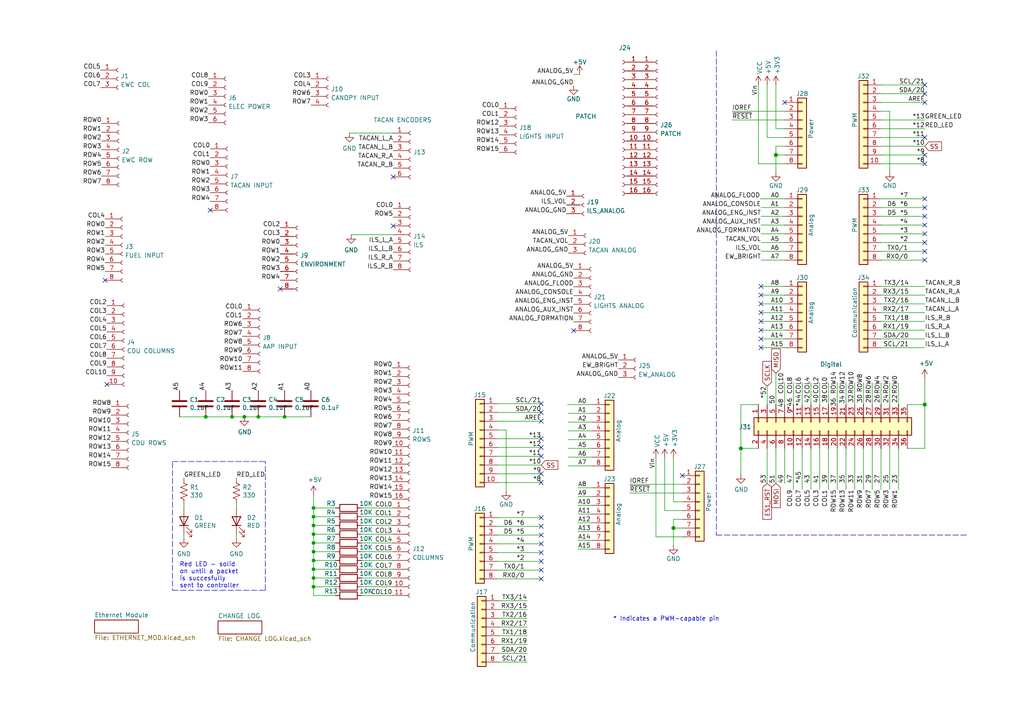
<source format=kicad_sch>
(kicad_sch (version 20211123) (generator eeschema)
  (paper "A4")
  (title_block (date "mar. 31 mars 2015"))
  (junction (at 214.884 130.048) (diameter 1.016))
  (junction (at 74.93 120.904))
  (junction (at 90.932 147.32))
  (junction (at 225.044 44.958) (diameter 1.016))
  (junction (at 70.866 120.904))
  (junction (at 90.932 157.48))
  (junction (at 90.932 149.86))
  (junction (at 90.932 165.1))
  (junction (at 67.31 120.904))
  (junction (at 90.932 152.4))
  (junction (at 90.932 167.64))
  (junction (at 90.932 154.94))
  (junction (at 59.69 120.904))
  (junction (at 90.932 160.02))
  (junction (at 90.932 162.56))
  (junction (at 195.326 153.162) (diameter 1.016))
  (junction (at 90.932 170.18))
  (junction (at 82.55 120.904))
  (junction (at 268.224 117.348) (diameter 1.016))
  (no_connect (at 156.972 122.174))
  (no_connect (at 156.972 167.894))
  (no_connect (at 156.972 119.634))
  (no_connect (at 30.988 111.506))
  (no_connect (at 166.37 95.885))
  (no_connect (at 156.972 162.814))
  (no_connect (at 30.48 81.28))
  (no_connect (at 156.972 165.354))
  (no_connect (at 60.96 60.96))
  (no_connect (at 114.046 51.308))
  (no_connect (at 156.972 117.094))
  (no_connect (at 156.972 129.794))
  (no_connect (at 81.28 83.82))
  (no_connect (at 156.972 132.334))
  (no_connect (at 156.972 139.954))
  (no_connect (at 220.726 83.058))
  (no_connect (at 220.726 85.598))
  (no_connect (at 220.726 88.138))
  (no_connect (at 220.726 90.678))
  (no_connect (at 220.726 93.218))
  (no_connect (at 220.726 95.758))
  (no_connect (at 220.726 98.298))
  (no_connect (at 220.726 100.838))
  (no_connect (at 156.972 152.654))
  (no_connect (at 156.972 137.414))
  (no_connect (at 156.972 150.114))
  (no_connect (at 197.866 137.922))
  (no_connect (at 156.972 160.274))
  (no_connect (at 156.972 155.194))
  (no_connect (at 156.972 127.254))
  (no_connect (at 114.046 65.532))
  (no_connect (at 227.584 29.718))
  (no_connect (at 268.224 39.878))
  (no_connect (at 268.224 47.498))
  (no_connect (at 268.224 44.958))
  (no_connect (at 268.224 29.718))
  (no_connect (at 268.224 27.178))
  (no_connect (at 268.224 24.638))
  (no_connect (at 268.224 65.278))
  (no_connect (at 268.224 57.658))
  (no_connect (at 268.224 60.198))
  (no_connect (at 268.224 62.738))
  (no_connect (at 268.224 67.818))
  (no_connect (at 268.224 70.358))
  (no_connect (at 268.224 72.898))
  (no_connect (at 268.224 75.438))
  (no_connect (at 156.972 157.734))
  (wire (pts (xy 255.524 75.438) (xy 268.224 75.438)))
  (wire (pts (xy 104.902 170.18) (xy 113.792 170.18)))
  (wire (pts (xy 220.472 57.658) (xy 227.584 57.658)))
  (polyline (pts (xy 76.962 171.196) (xy 76.962 133.858)))
  (wire (pts (xy 144.272 167.894) (xy 156.972 167.894)))
  (wire (pts (xy 220.726 62.738) (xy 227.584 62.738)))
  (wire (pts (xy 190.246 155.702) (xy 190.246 132.842)))
  (wire (pts (xy 237.744 110.998) (xy 237.744 117.348)))
  (wire (pts (xy 255.524 42.418) (xy 268.224 42.418)))
  (wire (pts (xy 104.902 154.94) (xy 113.792 154.94)))
  (wire (pts (xy 97.282 170.18) (xy 90.932 170.18)))
  (wire (pts (xy 220.726 83.058) (xy 227.584 83.058)))
  (wire (pts (xy 255.524 24.638) (xy 268.224 24.638)))
  (polyline (pts (xy 50.038 133.858) (xy 76.962 133.858)))
  (wire (pts (xy 220.726 100.838) (xy 227.584 100.838)))
  (wire (pts (xy 146.812 124.714) (xy 146.812 142.494)))
  (wire (pts (xy 144.272 160.274) (xy 156.972 160.274)))
  (wire (pts (xy 268.224 117.348) (xy 268.224 130.048)))
  (wire (pts (xy 219.964 117.348) (xy 214.884 117.348)))
  (wire (pts (xy 220.726 90.678) (xy 227.584 90.678)))
  (wire (pts (xy 164.846 130.048) (xy 171.704 130.048)))
  (wire (pts (xy 67.31 120.904) (xy 70.866 120.904)))
  (wire (pts (xy 245.364 110.998) (xy 245.364 117.348)))
  (wire (pts (xy 90.932 170.18) (xy 90.932 172.72)))
  (wire (pts (xy 255.524 88.138) (xy 268.224 88.138)))
  (wire (pts (xy 225.044 42.418) (xy 225.044 44.958)))
  (wire (pts (xy 220.726 75.438) (xy 227.584 75.438)))
  (wire (pts (xy 242.824 130.048) (xy 242.824 141.986)))
  (wire (pts (xy 164.846 135.128) (xy 171.704 135.128)))
  (wire (pts (xy 164.846 122.428) (xy 171.704 122.428)))
  (wire (pts (xy 197.866 155.702) (xy 190.246 155.702)))
  (wire (pts (xy 225.044 108.204) (xy 225.044 117.348)))
  (wire (pts (xy 144.272 132.334) (xy 156.972 132.334)))
  (wire (pts (xy 225.044 44.958) (xy 225.044 50.038)))
  (wire (pts (xy 90.17 120.904) (xy 82.55 120.904)))
  (wire (pts (xy 167.64 154.178) (xy 171.704 154.178)))
  (wire (pts (xy 255.524 130.048) (xy 255.524 141.986)))
  (wire (pts (xy 182.626 140.462) (xy 197.866 140.462)))
  (wire (pts (xy 225.044 37.338) (xy 227.584 37.338)))
  (wire (pts (xy 144.272 137.414) (xy 156.972 137.414)))
  (wire (pts (xy 90.932 167.64) (xy 90.932 170.18)))
  (wire (pts (xy 90.932 147.32) (xy 90.932 149.86)))
  (wire (pts (xy 182.626 143.002) (xy 197.866 143.002)))
  (wire (pts (xy 222.504 39.878) (xy 227.584 39.878)))
  (wire (pts (xy 245.364 130.048) (xy 245.364 141.986)))
  (wire (pts (xy 53.34 146.304) (xy 53.34 147.32)))
  (wire (pts (xy 222.504 24.638) (xy 222.504 39.878)))
  (wire (pts (xy 101.854 68.072) (xy 114.046 68.072)))
  (wire (pts (xy 230.124 130.048) (xy 230.124 141.986)))
  (polyline (pts (xy 50.038 134.112) (xy 50.038 171.196)))
  (wire (pts (xy 252.984 130.048) (xy 252.984 141.986)))
  (wire (pts (xy 220.726 72.898) (xy 227.584 72.898)))
  (wire (pts (xy 144.272 152.654) (xy 156.972 152.654)))
  (wire (pts (xy 255.524 34.798) (xy 268.224 34.798)))
  (wire (pts (xy 220.726 98.298) (xy 227.584 98.298)))
  (wire (pts (xy 225.044 24.638) (xy 225.044 37.338)))
  (wire (pts (xy 220.726 88.138) (xy 227.584 88.138)))
  (wire (pts (xy 255.524 57.658) (xy 268.224 57.658)))
  (wire (pts (xy 255.524 37.338) (xy 268.224 37.338)))
  (wire (pts (xy 227.584 110.998) (xy 227.584 117.348)))
  (wire (pts (xy 255.524 60.198) (xy 268.224 60.198)))
  (wire (pts (xy 144.78 174.244) (xy 152.908 174.244)))
  (wire (pts (xy 167.64 144.018) (xy 171.704 144.018)))
  (wire (pts (xy 192.786 132.842) (xy 192.786 148.082)))
  (wire (pts (xy 195.326 132.842) (xy 195.326 145.542)))
  (wire (pts (xy 255.524 95.758) (xy 268.224 95.758)))
  (wire (pts (xy 195.326 150.622) (xy 195.326 153.162)))
  (wire (pts (xy 97.282 162.56) (xy 90.932 162.56)))
  (wire (pts (xy 97.282 157.48) (xy 90.932 157.48)))
  (wire (pts (xy 144.78 179.324) (xy 152.908 179.324)))
  (wire (pts (xy 164.846 127.508) (xy 171.704 127.508)))
  (wire (pts (xy 167.64 149.098) (xy 171.704 149.098)))
  (wire (pts (xy 144.272 124.714) (xy 146.812 124.714)))
  (wire (pts (xy 214.884 117.348) (xy 214.884 130.048)))
  (wire (pts (xy 97.282 149.86) (xy 90.932 149.86)))
  (wire (pts (xy 219.964 130.048) (xy 214.884 130.048)))
  (wire (pts (xy 232.664 110.998) (xy 232.664 117.348)))
  (wire (pts (xy 255.524 44.958) (xy 268.224 44.958)))
  (wire (pts (xy 144.272 165.354) (xy 156.972 165.354)))
  (wire (pts (xy 220.726 67.818) (xy 227.584 67.818)))
  (wire (pts (xy 144.272 157.734) (xy 156.972 157.734)))
  (wire (pts (xy 235.204 110.998) (xy 235.204 117.348)))
  (wire (pts (xy 232.664 130.048) (xy 232.664 141.986)))
  (wire (pts (xy 250.444 130.048) (xy 250.444 141.986)))
  (wire (pts (xy 227.584 130.048) (xy 227.584 140.208)))
  (wire (pts (xy 104.902 167.64) (xy 113.792 167.64)))
  (wire (pts (xy 255.524 65.278) (xy 268.224 65.278)))
  (wire (pts (xy 242.824 110.998) (xy 242.824 117.348)))
  (wire (pts (xy 237.744 130.048) (xy 237.744 141.986)))
  (wire (pts (xy 90.932 160.02) (xy 90.932 162.56)))
  (wire (pts (xy 144.272 129.794) (xy 156.972 129.794)))
  (wire (pts (xy 220.726 70.358) (xy 227.584 70.358)))
  (wire (pts (xy 195.326 153.162) (xy 195.326 158.242)))
  (wire (pts (xy 212.344 32.258) (xy 227.584 32.258)))
  (wire (pts (xy 104.902 152.4) (xy 113.792 152.4)))
  (wire (pts (xy 144.78 176.784) (xy 152.908 176.784)))
  (wire (pts (xy 90.932 165.1) (xy 90.932 167.64)))
  (wire (pts (xy 197.866 150.622) (xy 195.326 150.622)))
  (wire (pts (xy 67.31 120.904) (xy 59.69 120.904)))
  (wire (pts (xy 104.902 162.56) (xy 113.792 162.56)))
  (wire (pts (xy 167.64 156.718) (xy 171.704 156.718)))
  (wire (pts (xy 255.524 85.598) (xy 268.224 85.598)))
  (wire (pts (xy 268.224 109.728) (xy 268.224 117.348)))
  (wire (pts (xy 68.58 154.94) (xy 68.58 156.21)))
  (wire (pts (xy 97.282 160.02) (xy 90.932 160.02)))
  (wire (pts (xy 90.932 162.56) (xy 90.932 165.1)))
  (wire (pts (xy 74.93 120.904) (xy 82.55 120.904)))
  (wire (pts (xy 258.064 32.258) (xy 258.064 50.038)))
  (wire (pts (xy 144.272 162.814) (xy 156.972 162.814)))
  (wire (pts (xy 255.524 100.838) (xy 268.224 100.838)))
  (wire (pts (xy 167.64 159.258) (xy 171.704 159.258)))
  (wire (pts (xy 144.78 192.024) (xy 152.908 192.024)))
  (wire (pts (xy 97.282 154.94) (xy 90.932 154.94)))
  (wire (pts (xy 255.524 29.718) (xy 268.224 29.718)))
  (wire (pts (xy 167.64 141.478) (xy 171.704 141.478)))
  (wire (pts (xy 263.144 117.348) (xy 268.224 117.348)))
  (wire (pts (xy 97.282 165.1) (xy 90.932 165.1)))
  (wire (pts (xy 260.604 110.998) (xy 260.604 117.348)))
  (wire (pts (xy 255.524 93.218) (xy 268.224 93.218)))
  (wire (pts (xy 220.726 65.278) (xy 227.584 65.278)))
  (wire (pts (xy 68.58 146.304) (xy 68.58 147.32)))
  (wire (pts (xy 144.78 186.944) (xy 152.908 186.944)))
  (wire (pts (xy 220.726 95.758) (xy 227.584 95.758)))
  (wire (pts (xy 167.64 151.638) (xy 171.704 151.638)))
  (wire (pts (xy 212.344 34.798) (xy 227.584 34.798)))
  (wire (pts (xy 104.902 172.72) (xy 113.792 172.72)))
  (wire (pts (xy 255.524 83.058) (xy 268.224 83.058)))
  (wire (pts (xy 59.69 120.904) (xy 52.07 120.904)))
  (polyline (pts (xy 207.772 14.732) (xy 207.772 155.194)))
  (wire (pts (xy 227.584 44.958) (xy 225.044 44.958)))
  (wire (pts (xy 258.064 110.998) (xy 258.064 117.348)))
  (wire (pts (xy 104.902 147.32) (xy 113.792 147.32)))
  (wire (pts (xy 144.272 155.194) (xy 156.972 155.194)))
  (wire (pts (xy 195.326 145.542) (xy 197.866 145.542)))
  (wire (pts (xy 250.444 110.998) (xy 250.444 117.348)))
  (polyline (pts (xy 50.038 171.196) (xy 76.962 171.196)))
  (wire (pts (xy 144.272 150.114) (xy 156.972 150.114)))
  (wire (pts (xy 220.726 60.198) (xy 227.584 60.198)))
  (wire (pts (xy 255.524 110.998) (xy 255.524 117.348)))
  (wire (pts (xy 227.584 47.498) (xy 219.964 47.498)))
  (wire (pts (xy 222.504 112.014) (xy 222.504 117.348)))
  (wire (pts (xy 220.726 85.598) (xy 227.584 85.598)))
  (wire (pts (xy 230.124 110.998) (xy 230.124 117.348)))
  (wire (pts (xy 97.282 147.32) (xy 90.932 147.32)))
  (wire (pts (xy 225.044 130.048) (xy 225.044 140.208)))
  (wire (pts (xy 101.346 38.608) (xy 114.046 38.608)))
  (wire (pts (xy 247.904 110.998) (xy 247.904 117.348)))
  (wire (pts (xy 144.272 122.174) (xy 156.972 122.174)))
  (wire (pts (xy 240.284 110.998) (xy 240.284 117.348)))
  (wire (pts (xy 104.902 165.1) (xy 113.792 165.1)))
  (wire (pts (xy 90.932 157.48) (xy 90.932 160.02)))
  (wire (pts (xy 97.282 167.64) (xy 90.932 167.64)))
  (wire (pts (xy 247.904 130.048) (xy 247.904 141.986)))
  (wire (pts (xy 164.846 132.588) (xy 171.704 132.588)))
  (wire (pts (xy 144.78 181.864) (xy 152.908 181.864)))
  (wire (pts (xy 144.272 127.254) (xy 156.972 127.254)))
  (wire (pts (xy 222.504 130.048) (xy 222.504 140.208)))
  (wire (pts (xy 255.524 90.678) (xy 268.224 90.678)))
  (wire (pts (xy 255.524 32.258) (xy 258.064 32.258)))
  (wire (pts (xy 240.284 130.048) (xy 240.284 141.986)))
  (wire (pts (xy 104.902 149.86) (xy 113.792 149.86)))
  (wire (pts (xy 220.726 93.218) (xy 227.584 93.218)))
  (wire (pts (xy 90.932 149.86) (xy 90.932 152.4)))
  (wire (pts (xy 227.584 42.418) (xy 225.044 42.418)))
  (wire (pts (xy 144.78 184.404) (xy 152.908 184.404)))
  (wire (pts (xy 255.524 39.878) (xy 268.224 39.878)))
  (wire (pts (xy 70.866 120.904) (xy 74.93 120.904)))
  (wire (pts (xy 197.866 153.162) (xy 195.326 153.162)))
  (wire (pts (xy 144.272 139.954) (xy 156.972 139.954)))
  (wire (pts (xy 164.846 119.888) (xy 171.704 119.888)))
  (wire (pts (xy 104.902 157.48) (xy 113.792 157.48)))
  (wire (pts (xy 255.524 62.738) (xy 268.224 62.738)))
  (wire (pts (xy 144.78 189.484) (xy 152.908 189.484)))
  (wire (pts (xy 164.592 117.348) (xy 171.704 117.348)))
  (wire (pts (xy 144.272 119.634) (xy 156.972 119.634)))
  (wire (pts (xy 164.846 124.968) (xy 171.704 124.968)))
  (wire (pts (xy 255.524 98.298) (xy 268.224 98.298)))
  (wire (pts (xy 268.224 130.048) (xy 263.144 130.048)))
  (wire (pts (xy 166.37 21.59) (xy 168.148 21.59)))
  (wire (pts (xy 90.932 152.4) (xy 90.932 154.94)))
  (wire (pts (xy 260.604 130.048) (xy 260.604 141.986)))
  (wire (pts (xy 255.524 27.178) (xy 268.224 27.178)))
  (wire (pts (xy 90.932 143.51) (xy 90.932 147.32)))
  (wire (pts (xy 144.272 117.094) (xy 156.972 117.094)))
  (wire (pts (xy 258.064 130.048) (xy 258.064 141.986)))
  (wire (pts (xy 104.902 160.02) (xy 113.792 160.02)))
  (wire (pts (xy 255.524 70.358) (xy 268.224 70.358)))
  (wire (pts (xy 252.984 110.998) (xy 252.984 117.348)))
  (wire (pts (xy 97.282 152.4) (xy 90.932 152.4)))
  (polyline (pts (xy 207.772 155.194) (xy 280.67 155.194)))
  (wire (pts (xy 255.524 67.818) (xy 268.224 67.818)))
  (wire (pts (xy 90.932 172.72) (xy 97.282 172.72)))
  (wire (pts (xy 235.204 130.048) (xy 235.204 141.986)))
  (wire (pts (xy 167.64 146.558) (xy 171.704 146.558)))
  (wire (pts (xy 90.932 154.94) (xy 90.932 157.48)))
  (wire (pts (xy 255.524 72.898) (xy 268.224 72.898)))
  (wire (pts (xy 219.964 47.498) (xy 219.964 24.638)))
  (wire (pts (xy 214.884 130.048) (xy 214.884 137.668)))
  (wire (pts (xy 144.272 134.874) (xy 156.972 134.874)))
  (wire (pts (xy 192.786 148.082) (xy 197.866 148.082)))
  (wire (pts (xy 53.34 154.94) (xy 53.34 156.21)))
  (wire (pts (xy 255.524 47.498) (xy 268.224 47.498)))
  (text "Red LED - solid\non until a packet\nis succesfully \nsent to controller" (at 52.07 170.688 0) (effects (font (size 1.27 1.27)) (justify left bottom)))
  (text "* Indicates a PWM-capable pin" (at 177.8 180.34 0) (effects (font (size 1.27 1.27)) (justify left bottom)))
  (label "A10" (at 223.52 88.138 0))
  (label "ROW4" (at 60.96 58.42 180))
  (label "*6" (at 152.146 152.654 180))
  (label "RX0{slash}0" (at 263.398 75.438 180))
  (label "A15" (at 223.52 100.838 0))
  (label "COL3" (at 30.988 91.186 180))
  (label "COL10" (at 30.988 108.966 180))
  (label "ROW9" (at 113.792 129.54 180))
  (label "ROW15" (at 144.78 44.196 180))
  (label "ROW5" (at 113.792 119.38 180))
  (label "ROW12" (at 32.258 128.016 180))
  (label "D6" (at 146.05 152.654 0))
  (label "ROW4" (at 255.524 114.3 90))
  (label "ROW6" (at 29.464 51.054 180))
  (label "COL3" (at 237.744 141.986 270))
  (label "ROW3" (at 81.28 78.74 180))
  (label "ILS_R_A" (at 114.046 75.692 180))
  (label "A2" (at 223.52 62.738 0))
  (label "RX2{slash}17" (at 263.652 90.678 180))
  (label "ANALOG_5V" (at 166.37 21.59 180))
  (label "ROW1" (at 60.452 30.48 180))
  (label "A10" (at 167.64 146.558 0))
  (label "COL4" (at 90.17 25.4 180))
  (label "TACAN_R_B" (at 268.224 83.058 0))
  (label "*4" (at 263.398 65.278 180))
  (label "*8" (at 156.972 139.954 180))
  (label "COL2" (at 237.744 114.3 90))
  (label "COL2" (at 81.28 66.04 180))
  (label "ROW15" (at 113.792 144.78 180))
  (label "D5" (at 257.302 62.738 0))
  (label "COL0" (at 144.78 31.496 180))
  (label "COL7" (at 113.792 165.1 180))
  (label "COL9" (at 30.988 106.426 180))
  (label "ROW0" (at 260.604 114.3 90))
  (label "ROW2" (at 258.064 114.3 90))
  (label "A9" (at 167.64 144.018 0))
  (label "ROW6" (at 70.358 94.996 180))
  (label "ROW8" (at 113.792 127 180))
  (label "COL10" (at 113.792 172.72 180))
  (label "RX3{slash}15" (at 152.908 176.784 180))
  (label "ROW3" (at 29.464 43.434 180))
  (label "SDA{slash}20" (at 263.652 98.298 180))
  (label "ANALOG_FLOOD" (at 220.472 57.658 180))
  (label "26" (at 255.524 114.3 270))
  (label "TACAN_VOL" (at 220.726 70.358 180))
  (label "COL0" (at 70.358 89.916 180))
  (label "RX1{slash}19" (at 152.908 186.944 180))
  (label "31" (at 250.444 140.208 90))
  (label "COL5" (at 113.792 160.02 180))
  (label "*2" (at 152.146 162.814 180))
  (label "ANALOG_FORMATION" (at 166.37 93.345 180))
  (label "22" (at 260.604 114.3 270))
  (label "ROW5" (at 255.524 141.986 270))
  (label "33" (at 247.904 140.208 90))
  (label "36" (at 242.824 115.316 270))
  (label "ROW14" (at 242.824 114.3 90))
  (label "*2" (at 263.398 70.358 180))
  (label "COL5" (at 29.21 20.32 180))
  (label "Vin" (at 190.246 132.842 270))
  (label "ANALOG_AUX_INST" (at 166.37 90.805 180))
  (label "COL1" (at 60.96 45.72 180))
  (label "COL4" (at 30.988 93.726 180))
  (label "TACAN_R_A" (at 268.224 85.598 0))
  (label "*13" (at 156.972 127.254 180))
  (label "A1" (at 167.64 119.888 0))
  (label "ANALOG_GND" (at 166.37 80.645 180))
  (label "TX1{slash}18" (at 263.652 93.218 180))
  (label "A4" (at 167.64 127.508 0))
  (label "*44" (at 232.664 114.3 270))
  (label "ANALOG_5V" (at 179.324 104.394 180))
  (label "A3" (at 223.52 65.278 0))
  (label "ILS_L_B" (at 114.046 73.152 180))
  (label "ROW7" (at 113.792 124.46 180))
  (label "COL0" (at 240.284 114.3 90))
  (label "ROW9" (at 250.444 141.986 270))
  (label "COL7" (at 30.988 101.346 180))
  (label "A2" (at 167.64 122.428 0))
  (label "*5" (at 152.146 155.194 180))
  (label "*13" (at 268.224 34.798 180))
  (label "ROW9" (at 70.358 102.616 180))
  (label "ILS_R_A" (at 268.224 95.758 0))
  (label "A2" (at 74.93 113.284 90))
  (label "*52" (at 222.504 112.014 270))
  (label "*12" (at 268.224 37.338 180))
  (label "ROW5" (at 29.464 48.514 180))
  (label "40" (at 237.744 114.3 270))
  (label "*10" (at 156.972 134.874 180))
  (label "ROW13" (at 144.78 39.116 180))
  (label "~{RESET}" (at 212.344 34.798 0))
  (label "ROW2" (at 60.452 33.02 180))
  (label "ROW6" (at 90.17 27.94 180))
  (label "D6" (at 257.302 60.198 0))
  (label "COL6" (at 113.792 162.56 180))
  (label "SDA{slash}20" (at 156.972 119.634 180))
  (label "GREEN_LED" (at 53.34 138.684 0))
  (label "35" (at 245.364 140.208 90))
  (label "COL6" (at 29.21 22.86 180))
  (label "EW_BRIGHT" (at 179.324 106.934 180))
  (label "ROW10" (at 247.904 114.3 90))
  (label "ANALOG_ENG_INST" (at 166.37 88.265 180))
  (label "TACAN_L_A" (at 114.046 41.148 180))
  (label "A5" (at 167.64 130.048 0))
  (label "TACAN_L_B" (at 114.046 43.688 180))
  (label "ROW0" (at 113.792 106.68 180))
  (label "*10" (at 268.224 42.418 180))
  (label "ROW1" (at 260.604 141.986 270))
  (label "A0" (at 167.64 117.348 0))
  (label "EW_BRIGHT" (at 220.726 75.438 180))
  (label "ROW7" (at 252.984 141.986 270))
  (label "ROW3" (at 30.48 73.66 180))
  (label "*4" (at 152.146 157.734 180))
  (label "ROW1" (at 30.48 68.58 180))
  (label "D5" (at 146.05 155.194 0))
  (label "ILS_R_B" (at 114.046 78.232 180))
  (label "ROW12" (at 113.792 137.16 180))
  (label "*12" (at 156.972 129.794 180))
  (label "COL4" (at 30.48 63.5 180))
  (label "COL0" (at 114.046 60.452 180))
  (label "TACAN_R_A" (at 114.046 46.228 180))
  (label "ROW4" (at 113.792 116.84 180))
  (label "ROW11" (at 247.904 141.986 270))
  (label "ANALOG_5V" (at 166.37 78.105 180))
  (label "28" (at 252.984 114.3 270))
  (label "COL7" (at 232.664 141.986 270))
  (label "TACAN_L_B" (at 268.224 88.138 0))
  (label "COL3" (at 90.17 22.86 180))
  (label "ANALOG_FLOOD" (at 166.37 83.185 180))
  (label "TX3{slash}14" (at 152.908 174.244 180))
  (label "*9" (at 156.972 137.414 180))
  (label "23" (at 260.604 140.208 90))
  (label "COL6" (at 232.664 114.3 90))
  (label "ROW11" (at 70.358 107.696 180))
  (label "A1" (at 82.55 113.284 90))
  (label "ROW4" (at 81.28 81.28 180))
  (label "A15" (at 167.64 159.258 0))
  (label "A3" (at 67.31 113.284 90))
  (label "SCL{slash}21" (at 152.908 192.024 180))
  (label "COL0" (at 60.96 43.18 180))
  (label "29" (at 252.984 140.208 90))
  (label "ANALOG_GND" (at 179.324 109.474 180))
  (label "ROW2" (at 81.28 76.2 180))
  (label "A13" (at 223.52 95.758 0))
  (label "ROW5" (at 114.046 62.992 180))
  (label "TACAN_R_B" (at 114.046 48.768 180))
  (label "41" (at 237.744 140.208 90))
  (label "COL9" (at 60.452 25.4 180))
  (label "ROW3" (at 258.064 141.986 270))
  (label "COL7" (at 29.21 25.4 180))
  (label "30" (at 250.444 114.3 270))
  (label "47" (at 230.124 140.208 90))
  (label "ROW11" (at 32.258 125.476 180))
  (label "34" (at 245.364 114.554 270))
  (label "ROW1" (at 81.28 73.66 180))
  (label "*45" (at 232.664 140.208 90))
  (label "ROW1" (at 60.96 50.8 180))
  (label "RED_LED" (at 68.58 138.684 0))
  (label "38" (at 240.284 114.3 270))
  (label "ROW13" (at 245.364 141.986 270))
  (label "A12" (at 167.64 151.638 0))
  (label "ROW10" (at 70.358 105.156 180))
  (label "51" (at 225.044 140.208 90))
  (label "ROW2" (at 60.96 53.34 180))
  (label "*7" (at 263.398 57.658 180))
  (label "SDA{slash}20" (at 268.224 27.178 180))
  (label "*8" (at 268.224 47.498 180))
  (label "ROW10" (at 113.792 132.08 180))
  (label "ROW0" (at 81.28 71.12 180))
  (label "ROW12" (at 144.78 36.576 180))
  (label "ROW6" (at 252.984 114.3 90))
  (label "COL9" (at 230.124 141.986 270))
  (label "COL4" (at 235.204 114.3 90))
  (label "ANALOG_GND" (at 164.846 73.406 180))
  (label "RX2{slash}17" (at 152.908 181.864 180))
  (label "A9" (at 223.52 85.598 0))
  (label "SCL{slash}21" (at 156.972 117.094 180))
  (label "RX0{slash}0" (at 152.146 167.894 180))
  (label "ROW0" (at 29.464 35.814 180))
  (label "COL6" (at 30.988 98.806 180))
  (label "*11" (at 268.224 39.878 180))
  (label "COL2" (at 30.988 88.646 180))
  (label "*3" (at 263.398 67.818 180))
  (label "ILS_R_B" (at 268.224 93.218 0))
  (label "ROW8" (at 70.358 100.076 180))
  (label "ROW9" (at 32.258 120.396 180))
  (label "ROW0" (at 60.96 48.26 180))
  (label "ROW0" (at 60.452 27.94 180))
  (label "ROW8" (at 32.258 117.856 180))
  (label "ROW2" (at 113.792 111.76 180))
  (label "ROW14" (at 32.258 133.096 180))
  (label "A6" (at 223.52 72.898 0))
  (label "ROW7" (at 70.358 97.536 180))
  (label "ANALOG_AUX_INST" (at 220.726 65.278 180))
  (label "TX1{slash}18" (at 152.908 184.404 180))
  (label "ILS_VOL" (at 164.338 59.436 180))
  (label "42" (at 235.204 114.3 270))
  (label "COL1" (at 240.284 141.986 270))
  (label "A1" (at 223.52 60.198 0))
  (label "53" (at 222.504 140.208 90))
  (label "SDA{slash}20" (at 152.908 189.484 180))
  (label "TX0{slash}1" (at 263.398 72.898 180))
  (label "A13" (at 167.64 154.178 0))
  (label "COL1" (at 144.78 34.036 180))
  (label "ANALOG_CONSOLE" (at 220.726 60.198 180))
  (label "24" (at 258.064 114.3 270))
  (label "ANALOG_GND" (at 164.338 61.976 180))
  (label "ROW7" (at 29.464 53.594 180))
  (label "ROW0" (at 30.48 66.04 180))
  (label "RX1{slash}19" (at 263.652 95.758 180))
  (label "COL3" (at 81.28 68.58 180))
  (label "TACAN_VOL" (at 164.846 70.866 180))
  (label "A0" (at 90.17 113.284 90))
  (label "IOREF" (at 182.626 140.462 0))
  (label "A0" (at 223.52 57.658 0))
  (label "ANALOG_ENG_INST" (at 220.726 62.738 180))
  (label "AREF" (at 268.224 29.718 180))
  (label "COL9" (at 113.792 170.18 180))
  (label "A14" (at 223.52 98.298 0))
  (label "39" (at 240.284 140.208 90))
  (label "A8" (at 223.52 83.058 0))
  (label "A7" (at 167.64 135.128 0))
  (label "ROW11" (at 113.792 134.62 180))
  (label "ROW12" (at 245.364 114.3 90))
  (label "Vin" (at 219.964 24.638 270))
  (label "ROW5" (at 30.48 78.74 180))
  (label "A6" (at 167.64 132.588 0))
  (label "27" (at 255.524 140.208 90))
  (label "ROW3" (at 113.792 114.3 180))
  (label "37" (at 242.824 140.208 90))
  (label "25" (at 258.064 140.208 90))
  (label "ROW4" (at 30.48 76.2 180))
  (label "*6" (at 263.398 60.198 180))
  (label "ROW3" (at 60.96 55.88 180))
  (label "ROW6" (at 113.792 121.92 180))
  (label "*46" (at 230.124 115.316 270))
  (label "GREEN_LED" (at 268.224 34.798 0))
  (label "ROW15" (at 242.824 141.986 270))
  (label "ILS_L_A" (at 114.046 70.612 180))
  (label "RED_LED" (at 268.224 37.338 0))
  (label "ILS_L_B" (at 268.224 98.298 0))
  (label "SCL{slash}21" (at 268.224 24.638 180))
  (label "ILS_L_A" (at 268.224 100.838 0))
  (label "COL8" (at 230.124 114.3 90))
  (label "*9" (at 268.224 44.958 180))
  (label "~{RESET}" (at 182.626 143.002 0))
  (label "ROW1" (at 113.792 109.22 180))
  (label "COL5" (at 30.988 96.266 180))
  (label "ROW8" (at 250.444 113.792 90))
  (label "ANALOG_CONSOLE" (at 166.37 85.725 180))
  (label "ROW15" (at 32.258 135.636 180))
  (label "50" (at 225.044 114.554 270))
  (label "TX2{slash}16" (at 263.652 88.138 180))
  (label "ROW14" (at 144.78 41.656 180))
  (label "ANALOG_5V" (at 164.338 56.896 180))
  (label "COL0" (at 113.792 147.32 180))
  (label "COL4" (at 113.792 157.48 180))
  (label "ROW13" (at 113.792 139.7 180))
  (label "ROW7" (at 90.17 30.48 180))
  (label "TX0{slash}1" (at 152.146 165.354 180))
  (label "COL10" (at 227.584 114.3 90))
  (label "COL1" (at 113.792 149.86 180))
  (label "COL1" (at 70.358 92.456 180))
  (label "COL8" (at 30.988 103.886 180))
  (label "*5" (at 263.398 62.738 180))
  (label "*11" (at 156.972 132.334 180))
  (label "ROW14" (at 113.792 142.24 180))
  (label "ROW4" (at 29.464 45.974 180))
  (label "ANALOG_FORMATION" (at 220.726 67.818 180))
  (label "AREF" (at 156.972 122.174 180))
  (label "ROW2" (at 29.464 40.894 180))
  (label "COL5" (at 235.204 141.986 270))
  (label "TACAN_L_A" (at 268.224 90.678 0))
  (label "IOREF" (at 212.344 32.258 0))
  (label "TX2{slash}16" (at 152.908 179.324 180))
  (label "*7" (at 152.146 150.114 180))
  (label "ILS_VOL" (at 220.726 72.898 180))
  (label "ROW10" (at 32.258 122.936 180))
  (label "A7" (at 223.52 75.438 0))
  (label "A3" (at 167.64 124.968 0))
  (label "A11" (at 223.52 90.678 0))
  (label "A4" (at 223.52 67.818 0))
  (label "ROW1" (at 29.464 38.354 180))
  (label "49" (at 227.584 140.208 90))
  (label "COL2" (at 113.792 152.4 180))
  (label "A5" (at 52.07 113.284 90))
  (label "A5" (at 223.52 70.358 0))
  (label "RX3{slash}15" (at 263.652 85.598 180))
  (label "ROW2" (at 30.48 71.12 180))
  (label "ANALOG_GND" (at 166.37 24.892 180))
  (label "COL3" (at 113.792 154.94 180))
  (label "TX3{slash}14" (at 263.652 83.058 180))
  (label "ROW13" (at 32.258 130.556 180))
  (label "A11" (at 167.64 149.098 0))
  (label "A8" (at 167.64 141.478 0))
  (label "A4" (at 59.69 113.284 90))
  (label "*3" (at 152.146 160.274 180))
  (label "COL8" (at 113.792 167.64 180))
  (label "ANALOG_5V" (at 164.846 68.326 180))
  (label "ROW3" (at 60.452 35.56 180))
  (label "32" (at 247.904 114.3 270))
  (label "43" (at 235.204 140.208 90))
  (label "COL8" (at 60.452 22.86 180))
  (label "A12" (at 223.52 93.218 0))
  (label "A14" (at 167.64 156.718 0))
  (label "SCL{slash}21" (at 263.652 100.838 180))
  (label "48" (at 227.584 115.57 270))
  (global_label "SS" (shape input) (at 156.972 134.874 0) (property "Intersheet References" "${INTERSHEET_REFS}" (effects hide)))
  (global_label "SS" (shape input) (at 268.224 42.418 0) (property "Intersheet References" "${INTERSHEET_REFS}" (effects hide)))
  (global_label "ES1_RST" (shape input) (at 222.504 140.208 270) (property "Intersheet References" "${INTERSHEET_REFS}" (effects hide)))
  (global_label "MISO" (shape input) (at 225.044 108.204 90) (property "Intersheet References" "${INTERSHEET_REFS}" (effects hide)))
  (global_label "MOSI" (shape input) (at 225.044 140.208 270) (property "Intersheet References" "${INTERSHEET_REFS}" (effects hide)))
  (global_label "SCLK" (shape input) (at 222.504 112.014 90) (property "Intersheet References" "${INTERSHEET_REFS}" (effects hide)))
  (symbol (lib_id "Connector_Generic:Conn_01x08") (at 232.664 37.338 0) (unit 1)
    (property "Reference" "J28" (at 232.664 27.178 0))
    (property "Value" "Power" (at 235.204 37.338 90))
    (property "Footprint" "Connector_PinSocket_2.54mm:PinSocket_1x08_P2.54mm_Vertical" (effects hide))
  )
  (symbol (lib_id "power:+3V3") (at 225.044 24.638 0) (unit 1)
    (property "Reference" "#PWR017" (effects hide))
    (property "Value" "+3.3V" (at 225.425 21.59 90) (effects (justify left)))
  )
  (symbol (lib_id "power:+5V") (at 222.504 24.638 0) (unit 1)
    (property "Reference" "#PWR016" (effects hide))
    (property "Value" "+5V" (at 222.8596 21.59 90) (effects (justify left)))
  )
  (symbol (lib_id "power:GND") (at 225.044 50.038 0) (unit 1)
    (property "Reference" "#PWR018" (effects hide))
    (property "Value" "GND" (at 225.044 53.848 0))
  )
  (symbol (lib_id "Connector_Generic:Conn_01x10") (at 250.444 34.798 0) (mirror y) (unit 1)
    (property "Reference" "J32" (at 250.444 22.098 0))
    (property "Value" "PWM" (at 247.904 34.798 90))
    (property "Footprint" "Connector_PinSocket_2.54mm:PinSocket_1x10_P2.54mm_Vertical" (effects hide))
  )
  (symbol (lib_id "power:GND") (at 258.064 50.038 0) (unit 1)
    (property "Reference" "#PWR019" (effects hide))
    (property "Value" "GND" (at 258.064 53.848 0))
  )
  (symbol (lib_id "Connector_Generic:Conn_01x08") (at 232.664 65.278 0) (unit 1)
    (property "Reference" "J29" (at 232.664 55.118 0))
    (property "Value" "Analog" (at 235.204 65.278 90))
    (property "Footprint" "Connector_PinSocket_2.54mm:PinSocket_1x08_P2.54mm_Vertical" (effects hide))
  )
  (symbol (lib_id "Connector_Generic:Conn_01x08") (at 250.444 65.278 0) (mirror y) (unit 1)
    (property "Reference" "J33" (at 250.444 55.118 0))
    (property "Value" "PWM" (at 247.904 65.278 90))
    (property "Footprint" "Connector_PinSocket_2.54mm:PinSocket_1x08_P2.54mm_Vertical" (effects hide))
  )
  (symbol (lib_id "Connector_Generic:Conn_01x08") (at 232.664 90.678 0) (unit 1)
    (property "Reference" "J30" (at 232.664 80.518 0))
    (property "Value" "Analog" (at 235.204 90.678 90))
    (property "Footprint" "Connector_PinSocket_2.54mm:PinSocket_1x08_P2.54mm_Vertical" (effects hide))
  )
  (symbol (lib_id "Connector_Generic:Conn_01x08") (at 250.444 90.678 0) (mirror y) (unit 1)
    (property "Reference" "J34" (at 250.444 80.518 0))
    (property "Value" "Communication" (at 247.904 90.678 90))
    (property "Footprint" "Connector_PinSocket_2.54mm:PinSocket_1x08_P2.54mm_Vertical" (effects hide))
  )
  (symbol (lib_id "Connector_Generic:Conn_02x18_Odd_Even") (at 240.284 122.428 90) (mirror x) (unit 1)
    (property "Reference" "J31" (at 217.9319 123.8186 90) (effects (justify left)))
    (property "Value" "Digital" (at 241.046 105.664 90))
    (property "Footprint" "Connector_PinSocket_2.54mm:PinSocket_2x18_P2.54mm_Vertical" (effects hide))
  )
  (symbol (lib_id "power:GND") (at 214.884 137.668 0) (unit 1)
    (property "Reference" "#PWR014" (effects hide))
    (property "Value" "GND" (at 214.9983 141.9924 0))
  )
  (symbol (lib_id "power:+5V") (at 268.224 109.728 0) (unit 1)
    (property "Reference" "#PWR020" (effects hide))
    (property "Value" "+5V" (at 268.5923 105.4036 0))
  )
  (symbol (lib_id "Connector:Conn_01x16_Female") (at 118.872 124.46 0) (unit 1)
    (property "Reference" "J11" (at 119.5832 124.8953 0) (effects (justify left)))
    (property "Value" "ROWS" (at 119.5832 127.4322 0) (effects (justify left)))
    (property "Footprint" "Connector_PinHeader_2.54mm:PinHeader_1x16_P2.54mm_Vertical" (effects hide))
  )
  (symbol (lib_id "Connector:Conn_01x16_Female") (at 190.754 35.814 0) (unit 1)
    (property "Reference" "J26" (at 191.4652 36.2493 0) (effects (justify left)))
    (property "Value" "PATCH" (at 191.4652 38.7862 0) (effects (justify left)))
    (property "Footprint" "Connector_PinHeader_2.54mm:PinHeader_1x16_P2.54mm_Vertical" (effects hide))
  )
  (symbol (lib_id "Device:R") (at 101.092 162.56 90) (unit 1)
    (property "Reference" "R9" (at 96.012 161.29 90))
    (property "Value" "10K" (at 106.172 161.29 90))
    (property "Footprint" "Resistor_THT:R_Axial_DIN0204_L3.6mm_D1.6mm_P2.54mm_Vertical" (effects hide))
  )
  (symbol (lib_id "Connector:Conn_01x03_Female") (at 184.404 106.934 0) (unit 1)
    (property "Reference" "J25" (at 185.1152 106.0993 0) (effects (justify left)))
    (property "Value" "EW_ANALOG" (at 185.1152 108.6362 0) (effects (justify left)))
    (property "Footprint" "Connector_Molex:Molex_KK-254_AE-6410-03A_1x03_P2.54mm_Vertical" (effects hide))
  )
  (symbol (lib_id "Connector:Conn_01x04_Female") (at 95.25 25.4 0) (unit 1)
    (property "Reference" "J10" (at 95.9612 25.8353 0) (effects (justify left)))
    (property "Value" "CANOPY INPUT" (at 95.9612 28.3722 0) (effects (justify left)))
    (property "Footprint" "Connector_Molex:Molex_KK-254_AE-6410-04A_1x04_P2.54mm_Vertical" (effects hide))
  )
  (symbol (lib_id "Device:R_US") (at 68.58 142.494 0) (unit 1)
    (property "Reference" "R2" (at 70.3072 141.3256 0) (effects (justify left)))
    (property "Value" "330" (at 70.3072 143.637 0) (effects (justify left)))
    (property "Footprint" "Resistor_THT:R_Axial_DIN0204_L3.6mm_D1.6mm_P2.54mm_Vertical" (effects hide))
  )
  (symbol (lib_id "Connector:Conn_01x08_Female") (at 34.544 43.434 0) (unit 1)
    (property "Reference" "J2" (at 35.2552 43.8693 0) (effects (justify left)))
    (property "Value" "EWC ROW" (at 35.2552 46.4062 0) (effects (justify left)))
    (property "Footprint" "Connector_Molex:Molex_KK-254_AE-6410-08A_1x08_P2.54mm_Vertical" (effects hide))
  )
  (symbol (lib_id "Connector:Conn_01x03_Female") (at 169.926 70.866 0) (unit 1)
    (property "Reference" "J20" (at 170.6372 70.0313 0) (effects (justify left)))
    (property "Value" "TACAN ANALOG" (at 170.6372 72.5682 0) (effects (justify left)))
    (property "Footprint" "Connector_Molex:Molex_KK-254_AE-6410-03A_1x03_P2.54mm_Vertical" (effects hide))
  )
  (symbol (lib_id "Connector_Generic:Conn_01x08") (at 202.946 145.542 0) (unit 1)
    (property "Reference" "J27" (at 202.946 135.382 0))
    (property "Value" "Power" (at 205.486 145.542 90))
    (property "Footprint" "Connector_PinSocket_2.54mm:PinSocket_1x08_P2.54mm_Vertical" (effects hide))
  )
  (symbol (lib_id "power:+5V") (at 192.786 132.842 0) (unit 1)
    (property "Reference" "#PWR011" (effects hide))
    (property "Value" "+5V" (at 193.1416 129.794 90) (effects (justify left)))
  )
  (symbol (lib_id "power:GND") (at 146.812 142.494 0) (unit 1)
    (property "Reference" "#PWR07" (effects hide))
    (property "Value" "GND" (at 146.812 146.304 0))
  )
  (symbol (lib_id "Device:R_US") (at 53.34 142.494 0) (unit 1)
    (property "Reference" "R1" (at 55.0672 141.3256 0) (effects (justify left)))
    (property "Value" "330" (at 55.0672 143.637 0) (effects (justify left)))
    (property "Footprint" "Resistor_THT:R_Axial_DIN0204_L3.6mm_D1.6mm_P2.54mm_Vertical" (effects hide))
  )
  (symbol (lib_id "Device:R") (at 101.092 170.18 90) (unit 1)
    (property "Reference" "R12" (at 96.012 168.91 90))
    (property "Value" "10K" (at 106.172 168.91 90))
    (property "Footprint" "Resistor_THT:R_Axial_DIN0204_L3.6mm_D1.6mm_P2.54mm_Vertical" (effects hide))
  )
  (symbol (lib_id "Device:R") (at 101.092 160.02 90) (unit 1)
    (property "Reference" "R8" (at 96.012 158.75 90))
    (property "Value" "10K" (at 106.172 158.75 90))
    (property "Footprint" "Resistor_THT:R_Axial_DIN0204_L3.6mm_D1.6mm_P2.54mm_Vertical" (effects hide))
  )
  (symbol (lib_id "Connector:Conn_01x08_Female") (at 171.45 85.725 0) (unit 1)
    (property "Reference" "J21" (at 172.1612 86.1603 0) (effects (justify left)))
    (property "Value" "LIGHTS ANALOG" (at 172.1612 88.6972 0) (effects (justify left)))
    (property "Footprint" "Connector_Molex:Molex_KK-254_AE-6410-08A_1x08_P2.54mm_Vertical" (effects hide))
  )
  (symbol (lib_id "Connector_Generic:Conn_01x08") (at 139.7 181.864 0) (mirror y) (unit 1)
    (property "Reference" "J17" (at 139.7 171.704 0))
    (property "Value" "Communication" (at 137.16 181.864 90))
    (property "Footprint" "Connector_PinSocket_2.54mm:PinSocket_1x08_P2.54mm_Vertical" (effects hide))
  )
  (symbol (lib_id "Connector:Conn_01x06_Female") (at 149.86 36.576 0) (unit 1)
    (property "Reference" "J18" (at 150.5712 37.0113 0) (effects (justify left)))
    (property "Value" "LIGHTS INPUT" (at 150.5712 39.5482 0) (effects (justify left)))
    (property "Footprint" "Connector_Molex:Molex_KK-254_AE-6410-06A_1x06_P2.54mm_Vertical" (effects hide))
  )
  (symbol (lib_id "Connector:Conn_01x08_Female") (at 86.36 73.66 0) (unit 1)
    (property "Reference" "J9" (at 87.0712 74.0953 0) (effects (justify left)))
    (property "Value" "ENVIRONMENT" (at 87.0712 76.6322 0) (effects (justify left)))
    (property "Footprint" "Connector_Molex:Molex_KK-254_AE-6410-08A_1x08_P2.54mm_Vertical" (effects hide))
  )
  (symbol (lib_id "Device:C") (at 82.55 117.094 0) (unit 1)
    (property "Reference" "C5" (at 85.471 115.9256 0) (effects (justify left)))
    (property "Value" "0.1uF" (at 85.471 118.237 0) (effects (justify left)))
    (property "Footprint" "Capacitor_THT:C_Disc_D6.0mm_W2.5mm_P5.00mm" (effects hide))
  )
  (symbol (lib_id "Connector:Conn_01x03_Female") (at 34.29 22.86 0) (unit 1)
    (property "Reference" "J1" (at 35.0012 22.0253 0) (effects (justify left)))
    (property "Value" "EWC COL" (at 35.0012 24.5622 0) (effects (justify left)))
    (property "Footprint" "Connector_Molex:Molex_KK-254_AE-6410-03A_1x03_P2.54mm_Vertical" (effects hide))
  )
  (symbol (lib_id "Device:R") (at 101.092 147.32 90) (unit 1)
    (property "Reference" "R3" (at 96.012 146.05 90))
    (property "Value" "10K" (at 106.172 146.05 90))
    (property "Footprint" "Resistor_THT:R_Axial_DIN0204_L3.6mm_D1.6mm_P2.54mm_Vertical" (effects hide))
  )
  (symbol (lib_id "power:VCC") (at 219.964 24.638 0) (unit 1)
    (property "Reference" "#PWR015" (effects hide))
    (property "Value" "VCC" (at 220.345 21.59 90) (effects (justify left)))
  )
  (symbol (lib_id "Device:C") (at 52.07 117.094 0) (unit 1)
    (property "Reference" "C1" (at 54.991 115.9256 0) (effects (justify left)))
    (property "Value" "0.1uF" (at 54.991 118.237 0) (effects (justify left)))
    (property "Footprint" "Capacitor_THT:C_Disc_D6.0mm_W2.5mm_P5.00mm" (effects hide))
  )
  (symbol (lib_id "power:+5V") (at 90.932 143.51 0) (unit 1)
    (property "Reference" "#PWR04" (effects hide))
    (property "Value" "+5V" (at 91.313 139.1158 0))
  )
  (symbol (lib_id "Device:C") (at 67.31 117.094 0) (unit 1)
    (property "Reference" "C3" (at 70.231 115.9256 0) (effects (justify left)))
    (property "Value" "0.1uF" (at 70.231 118.237 0) (effects (justify left)))
    (property "Footprint" "Capacitor_THT:C_Disc_D6.0mm_W2.5mm_P5.00mm" (effects hide))
  )
  (symbol (lib_id "power:+3V3") (at 195.326 132.842 0) (unit 1)
    (property "Reference" "#PWR012" (effects hide))
    (property "Value" "+3.3V" (at 195.707 129.794 90) (effects (justify left)))
  )
  (symbol (lib_id "Connector_Generic:Conn_01x08") (at 176.784 149.098 0) (unit 1)
    (property "Reference" "J23" (at 176.784 138.938 0))
    (property "Value" "Analog" (at 179.324 149.098 90))
    (property "Footprint" "Connector_PinSocket_2.54mm:PinSocket_1x08_P2.54mm_Vertical" (effects hide))
  )
  (symbol (lib_id "Device:C") (at 74.93 117.094 0) (unit 1)
    (property "Reference" "C4" (at 77.851 115.9256 0) (effects (justify left)))
    (property "Value" "0.1uF" (at 77.851 118.237 0) (effects (justify left)))
    (property "Footprint" "Capacitor_THT:C_Disc_D6.0mm_W2.5mm_P5.00mm" (effects hide))
  )
  (symbol (lib_id "power:GND") (at 101.346 38.608 0) (unit 1)
    (property "Reference" "#PWR05" (effects hide))
    (property "Value" "GND" (at 101.346 43.0514 0))
  )
  (symbol (lib_id "power:GND") (at 195.326 158.242 0) (unit 1)
    (property "Reference" "#PWR013" (effects hide))
    (property "Value" "GND" (at 195.326 162.052 0))
  )
  (symbol (lib_id "power:GND") (at 166.37 24.892 0) (unit 1)
    (property "Reference" "#PWR08" (effects hide))
    (property "Value" "GND" (at 166.37 28.702 0))
  )
  (symbol (lib_id "Device:R") (at 101.092 154.94 90) (unit 1)
    (property "Reference" "R6" (at 96.012 153.67 90))
    (property "Value" "10K" (at 106.172 153.67 90))
    (property "Footprint" "Resistor_THT:R_Axial_DIN0204_L3.6mm_D1.6mm_P2.54mm_Vertical" (effects hide))
  )
  (symbol (lib_id "Device:C") (at 90.17 117.094 0) (unit 1)
    (property "Reference" "C6" (at 93.091 115.9256 0) (effects (justify left)))
    (property "Value" "0.1uF" (at 93.091 118.237 0) (effects (justify left)))
    (property "Footprint" "Capacitor_THT:C_Disc_D6.0mm_W2.5mm_P5.00mm" (effects hide))
  )
  (symbol (lib_id "Device:R") (at 101.092 167.64 90) (unit 1)
    (property "Reference" "R11" (at 96.012 166.37 90))
    (property "Value" "10K" (at 106.172 166.37 90))
    (property "Footprint" "Resistor_THT:R_Axial_DIN0204_L3.6mm_D1.6mm_P2.54mm_Vertical" (effects hide))
  )
  (symbol (lib_id "Device:C") (at 59.69 117.094 0) (unit 1)
    (property "Reference" "C2" (at 62.611 115.9256 0) (effects (justify left)))
    (property "Value" "0.1uF" (at 62.611 118.237 0) (effects (justify left)))
    (property "Footprint" "Capacitor_THT:C_Disc_D6.0mm_W2.5mm_P5.00mm" (effects hide))
  )
  (symbol (lib_id "Connector:Conn_01x10_Female") (at 36.068 98.806 0) (unit 1)
    (property "Reference" "J4" (at 36.7792 99.2413 0) (effects (justify left)))
    (property "Value" "CDU COLUMNS" (at 36.7792 101.7782 0) (effects (justify left)))
    (property "Footprint" "Connector_Molex:Molex_KK-254_AE-6410-10A_1x10_P2.54mm_Vertical" (effects hide))
  )
  (symbol (lib_id "Connector:Conn_01x16_Female") (at 180.594 35.814 0) (mirror y) (unit 1)
    (property "Reference" "J24" (at 181.229 13.877 0))
    (property "Value" "PATCH" (at 169.926 33.782 0))
    (property "Footprint" "Connector_PinHeader_2.54mm:PinHeader_1x16_P2.54mm_Vertical" (effects hide))
  )
  (symbol (lib_id "Connector:Conn_01x08_Female") (at 37.338 125.476 0) (unit 1)
    (property "Reference" "J5" (at 38.0492 125.9113 0) (effects (justify left)))
    (property "Value" "CDU ROWS" (at 38.0492 128.4482 0) (effects (justify left)))
    (property "Footprint" "Connector_Molex:Molex_KK-254_AE-6410-08A_1x08_P2.54mm_Vertical" (effects hide))
  )
  (symbol (lib_id "Connector:Conn_01x08_Female") (at 66.04 50.8 0) (unit 1)
    (property "Reference" "J7" (at 66.7512 51.2353 0) (effects (justify left)))
    (property "Value" "TACAN INPUT" (at 66.7512 53.7722 0) (effects (justify left)))
    (property "Footprint" "Connector_Molex:Molex_KK-254_AE-6410-08A_1x08_P2.54mm_Vertical" (effects hide))
  )
  (symbol (lib_id "Connector:Conn_01x03_Female") (at 169.418 59.436 0) (unit 1)
    (property "Reference" "J19" (at 170.1292 58.6013 0) (effects (justify left)))
    (property "Value" "ILS_ANALOG" (at 170.1292 61.1382 0) (effects (justify left)))
    (property "Footprint" "Connector_Molex:Molex_KK-254_AE-6410-03A_1x03_P2.54mm_Vertical" (effects hide))
  )
  (symbol (lib_id "Connector_Generic:Conn_01x08") (at 176.784 124.968 0) (unit 1)
    (property "Reference" "J22" (at 176.784 114.808 0))
    (property "Value" "Analog" (at 179.324 124.968 90))
    (property "Footprint" "Connector_PinSocket_2.54mm:PinSocket_1x08_P2.54mm_Vertical" (effects hide))
  )
  (symbol (lib_id "Device:R") (at 101.092 152.4 90) (unit 1)
    (property "Reference" "R5" (at 96.012 151.13 90))
    (property "Value" "10K" (at 106.172 151.13 90))
    (property "Footprint" "Resistor_THT:R_Axial_DIN0204_L3.6mm_D1.6mm_P2.54mm_Vertical" (effects hide))
  )
  (symbol (lib_id "Device:LED") (at 53.34 151.13 90) (unit 1)
    (property "Reference" "D1" (at 56.3372 150.1394 90) (effects (justify right)))
    (property "Value" "GREEN" (at 56.3372 152.4508 90) (effects (justify right)))
    (property "Footprint" "LED_THT:LED_D3.0mm" (effects hide))
  )
  (symbol (lib_id "power:GND") (at 68.58 156.21 0) (unit 1)
    (property "Reference" "#PWR02" (effects hide))
    (property "Value" "GND" (at 68.58 160.6534 0))
  )
  (symbol (lib_id "Connector:Conn_01x11_Female") (at 118.872 160.02 0) (unit 1)
    (property "Reference" "J12" (at 119.5832 159.1853 0) (effects (justify left)))
    (property "Value" "COLUMNS" (at 119.5832 161.7222 0) (effects (justify left)))
    (property "Footprint" "Connector_PinHeader_2.54mm:PinHeader_1x11_P2.54mm_Vertical" (effects hide))
  )
  (symbol (lib_id "power:GND") (at 70.866 120.904 0) (unit 1)
    (property "Reference" "#PWR03" (effects hide))
    (property "Value" "GND" (at 70.993 125.2982 0))
  )
  (symbol (lib_id "Connector:Conn_01x08_Female") (at 35.56 71.12 0) (unit 1)
    (property "Reference" "J3" (at 36.2712 71.5553 0) (effects (justify left)))
    (property "Value" "FUEL INPUT" (at 36.2712 74.0922 0) (effects (justify left)))
    (property "Footprint" "Connector_Molex:Molex_KK-254_AE-6410-08A_1x08_P2.54mm_Vertical" (effects hide))
  )
  (symbol (lib_id "Device:R") (at 101.092 165.1 90) (unit 1)
    (property "Reference" "R10" (at 96.012 163.83 90))
    (property "Value" "10K" (at 106.172 163.83 90))
    (property "Footprint" "Resistor_THT:R_Axial_DIN0204_L3.6mm_D1.6mm_P2.54mm_Vertical" (effects hide))
  )
  (symbol (lib_id "Connector:Conn_01x08_Female") (at 75.438 97.536 0) (unit 1)
    (property "Reference" "J8" (at 76.1492 97.9713 0) (effects (justify left)))
    (property "Value" "AAP INPUT" (at 76.1492 100.5082 0) (effects (justify left)))
    (property "Footprint" "Connector_Molex:Molex_KK-254_AE-6410-08A_1x08_P2.54mm_Vertical" (effects hide))
  )
  (symbol (lib_id "Device:R") (at 101.092 172.72 90) (unit 1)
    (property "Reference" "R13" (at 96.012 171.45 90))
    (property "Value" "10K" (at 106.172 171.45 90))
    (property "Footprint" "Resistor_THT:R_Axial_DIN0204_L3.6mm_D1.6mm_P2.54mm_Vertical" (effects hide))
  )
  (symbol (lib_id "Connector_Generic:Conn_01x08") (at 139.192 157.734 0) (mirror y) (unit 1)
    (property "Reference" "J16" (at 139.192 147.574 0))
    (property "Value" "PWM" (at 136.652 157.734 90))
    (property "Footprint" "Connector_PinSocket_2.54mm:PinSocket_1x08_P2.54mm_Vertical" (effects hide))
  )
  (symbol (lib_id "Connector:Conn_01x06_Female") (at 119.126 43.688 0) (unit 1)
    (property "Reference" "J13" (at 119.8372 44.1233 0) (effects (justify left)))
    (property "Value" "TACAN ENCODERS" (at 108.331 34.798 0) (effects (justify left)))
    (property "Footprint" "Connector_Molex:Molex_KK-254_AE-6410-06A_1x06_P2.54mm_Vertical" (effects hide))
  )
  (symbol (lib_id "power:GND") (at 101.854 68.072 0) (unit 1)
    (property "Reference" "#PWR06" (effects hide))
    (property "Value" "GND" (at 101.854 72.5154 0))
  )
  (symbol (lib_id "Connector:Conn_01x06_Female") (at 65.532 27.94 0) (unit 1)
    (property "Reference" "J6" (at 66.2432 28.3753 0) (effects (justify left)))
    (property "Value" "ELEC POWER" (at 66.2432 30.9122 0) (effects (justify left)))
    (property "Footprint" "Connector_Molex:Molex_KK-254_AE-6410-06A_1x06_P2.54mm_Vertical" (effects hide))
  )
  (symbol (lib_id "Device:R") (at 101.092 149.86 90) (unit 1)
    (property "Reference" "R4" (at 96.012 148.59 90))
    (property "Value" "10K" (at 106.172 148.59 90))
    (property "Footprint" "Resistor_THT:R_Axial_DIN0204_L3.6mm_D1.6mm_P2.54mm_Vertical" (effects hide))
  )
  (symbol (lib_id "Connector_Generic:Conn_01x10") (at 139.192 127.254 0) (mirror y) (unit 1)
    (property "Reference" "J15" (at 139.192 114.554 0))
    (property "Value" "PWM" (at 136.652 127.254 90))
    (property "Footprint" "Connector_PinSocket_2.54mm:PinSocket_1x10_P2.54mm_Vertical" (effects hide))
  )
  (symbol (lib_id "power:GND") (at 53.34 156.21 0) (unit 1)
    (property "Reference" "#PWR01" (effects hide))
    (property "Value" "GND" (at 53.34 160.6534 0))
  )
  (symbol (lib_id "Device:LED") (at 68.58 151.13 90) (unit 1)
    (property "Reference" "D2" (at 71.5772 150.1394 90) (effects (justify right)))
    (property "Value" "RED" (at 71.5772 152.4508 90) (effects (justify right)))
    (property "Footprint" "LED_THT:LED_D3.0mm" (effects hide))
  )
  (symbol (lib_id "Connector:Conn_01x08_Female") (at 119.126 68.072 0) (unit 1)
    (property "Reference" "J14" (at 119.8372 68.5073 0) (effects (justify left)))
    (property "Value" "ILS" (at 119.8372 71.0442 0) (effects (justify left)))
    (property "Footprint" "Connector_Molex:Molex_KK-254_AE-6410-08A_1x08_P2.54mm_Vertical" (effects hide))
  )
  (symbol (lib_id "power:+5V") (at 168.148 21.59 0) (unit 1)
    (property "Reference" "#PWR09" (effects hide))
    (property "Value" "+5V" (at 168.148 18.0142 0))
  )
  (symbol (lib_id "power:VCC") (at 190.246 132.842 0) (unit 1)
    (property "Reference" "#PWR010" (effects hide))
    (property "Value" "VCC" (at 190.627 129.794 90) (effects (justify left)))
  )
  (symbol (lib_id "Device:R") (at 101.092 157.48 90) (unit 1)
    (property "Reference" "R7" (at 96.012 156.21 90))
    (property "Value" "10K" (at 106.172 156.21 90))
    (property "Footprint" "Resistor_THT:R_Axial_DIN0204_L3.6mm_D1.6mm_P2.54mm_Vertical" (effects hide))
  )
  (sheet (at 27.432 179.832) (size 12.7 3.81) (stroke (width 0.1524))
    (property "Sheet name" "Ethernet Module" (at 27.432 179.1204 0) (effects (justify left bottom)))
    (property "Sheet file" "ETHERNET_MOD.kicad_sch" (at 27.432 184.2266 0) (effects (justify left top)))
  )
  (sheet (at 63.246 180.086) (size 12.7 3.81) (stroke (width 0.1524))
    (property "Sheet name" "CHANGE LOG" (at 63.246 179.3744 0) (effects (justify left bottom)))
    (property "Sheet file" "CHANGE LOG.kicad_sch" (at 63.246 184.4806 0) (effects (justify left top)))
  )
)
</source>
